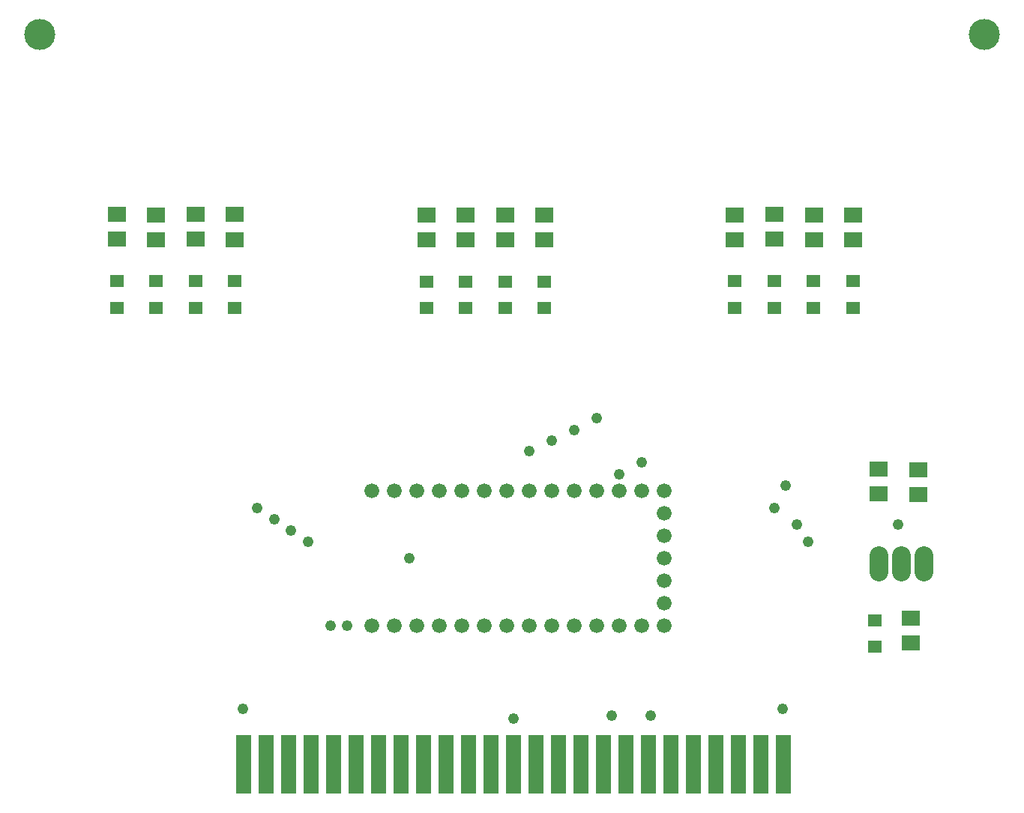
<source format=gts>
G75*
%MOIN*%
%OFA0B0*%
%FSLAX25Y25*%
%IPPOS*%
%LPD*%
%AMOC8*
5,1,8,0,0,1.08239X$1,22.5*
%
%ADD10C,0.13800*%
%ADD11R,0.06800X0.26300*%
%ADD12C,0.06600*%
%ADD13R,0.07887X0.07099*%
%ADD14R,0.06312X0.05524*%
%ADD15C,0.08200*%
%ADD16C,0.04762*%
D10*
X0030636Y0362404D03*
X0450619Y0362404D03*
D11*
X0121170Y0038000D03*
X0131170Y0038000D03*
X0141170Y0038000D03*
X0151170Y0038000D03*
X0161170Y0038000D03*
X0171170Y0038000D03*
X0181170Y0038000D03*
X0191170Y0038000D03*
X0201170Y0038000D03*
X0211170Y0038000D03*
X0221170Y0038000D03*
X0231170Y0038000D03*
X0241170Y0038000D03*
X0251170Y0038000D03*
X0261170Y0038000D03*
X0271170Y0038000D03*
X0281170Y0038000D03*
X0291170Y0038000D03*
X0301170Y0038000D03*
X0311170Y0038000D03*
X0321170Y0038000D03*
X0331170Y0038000D03*
X0341170Y0038000D03*
X0351170Y0038000D03*
X0361170Y0038000D03*
D12*
X0308220Y0099544D03*
X0298220Y0099544D03*
X0288220Y0099544D03*
X0278220Y0099544D03*
X0268220Y0099544D03*
X0258220Y0099544D03*
X0248220Y0099544D03*
X0238220Y0099544D03*
X0228220Y0099544D03*
X0218220Y0099544D03*
X0208220Y0099544D03*
X0198220Y0099544D03*
X0188220Y0099544D03*
X0178220Y0099544D03*
X0178220Y0159544D03*
X0188220Y0159544D03*
X0198220Y0159544D03*
X0208220Y0159544D03*
X0218220Y0159544D03*
X0228220Y0159544D03*
X0238220Y0159544D03*
X0248220Y0159544D03*
X0258220Y0159544D03*
X0268220Y0159544D03*
X0278220Y0159544D03*
X0288220Y0159544D03*
X0298220Y0159544D03*
X0308220Y0159544D03*
X0308220Y0149544D03*
X0308220Y0139544D03*
X0308220Y0129544D03*
X0308220Y0119544D03*
X0308220Y0109544D03*
D13*
X0403717Y0158100D03*
X0403717Y0169124D03*
X0421360Y0168924D03*
X0421360Y0157901D03*
X0417727Y0102863D03*
X0417727Y0091839D03*
X0392304Y0271378D03*
X0392304Y0282401D03*
X0374762Y0282365D03*
X0374762Y0271341D03*
X0357274Y0271419D03*
X0357274Y0282443D03*
X0339691Y0282394D03*
X0339691Y0271370D03*
X0254923Y0271223D03*
X0254923Y0282246D03*
X0237413Y0282275D03*
X0237413Y0271252D03*
X0219923Y0271271D03*
X0219923Y0282294D03*
X0202463Y0282253D03*
X0202463Y0271230D03*
X0117270Y0271379D03*
X0117270Y0282403D03*
X0099751Y0282440D03*
X0099751Y0271417D03*
X0082207Y0271345D03*
X0082207Y0282369D03*
X0064737Y0282440D03*
X0064737Y0271417D03*
D14*
X0064731Y0252821D03*
X0064731Y0241010D03*
X0082234Y0241015D03*
X0082234Y0252826D03*
X0099759Y0252791D03*
X0099759Y0240980D03*
X0117234Y0241017D03*
X0117234Y0252828D03*
X0202435Y0252704D03*
X0202435Y0240893D03*
X0219881Y0240865D03*
X0219881Y0252676D03*
X0237465Y0252654D03*
X0237465Y0240843D03*
X0254918Y0240867D03*
X0254918Y0252678D03*
X0339719Y0252839D03*
X0339719Y0241028D03*
X0357216Y0241041D03*
X0357216Y0252852D03*
X0374691Y0252839D03*
X0374691Y0241028D03*
X0392231Y0240963D03*
X0392231Y0252774D03*
X0401911Y0101898D03*
X0401911Y0090087D03*
D15*
X0403511Y0123653D02*
X0403511Y0131053D01*
X0413511Y0131053D02*
X0413511Y0123653D01*
X0423511Y0123653D02*
X0423511Y0131053D01*
D16*
X0412233Y0144410D03*
X0372233Y0136910D03*
X0367233Y0144410D03*
X0357233Y0151910D03*
X0362233Y0161910D03*
X0298183Y0172310D03*
X0288183Y0167010D03*
X0268133Y0186660D03*
X0258183Y0181860D03*
X0248183Y0177110D03*
X0278383Y0191960D03*
X0194733Y0129410D03*
X0167233Y0099410D03*
X0159733Y0099410D03*
X0121033Y0062510D03*
X0149733Y0136910D03*
X0142233Y0141910D03*
X0134733Y0146910D03*
X0127233Y0151910D03*
X0241283Y0058210D03*
X0284733Y0059410D03*
X0302233Y0059410D03*
X0361033Y0062510D03*
M02*

</source>
